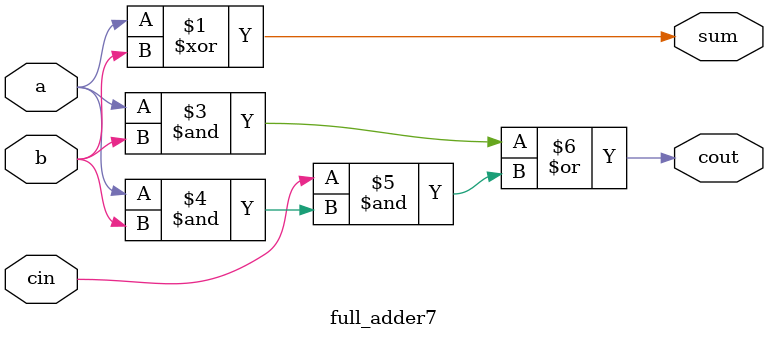
<source format=v>
module full_adder7(a,b,cin,sum,cout);
input a,b,cin;
output sum,cout;
assign sum = a^b^1'b0;
assign cout = a&b|cin&(a&b); 
// initial begin
//     $display("The incorrect adder with xor1 having in2/0");
// end   
endmodule
</source>
